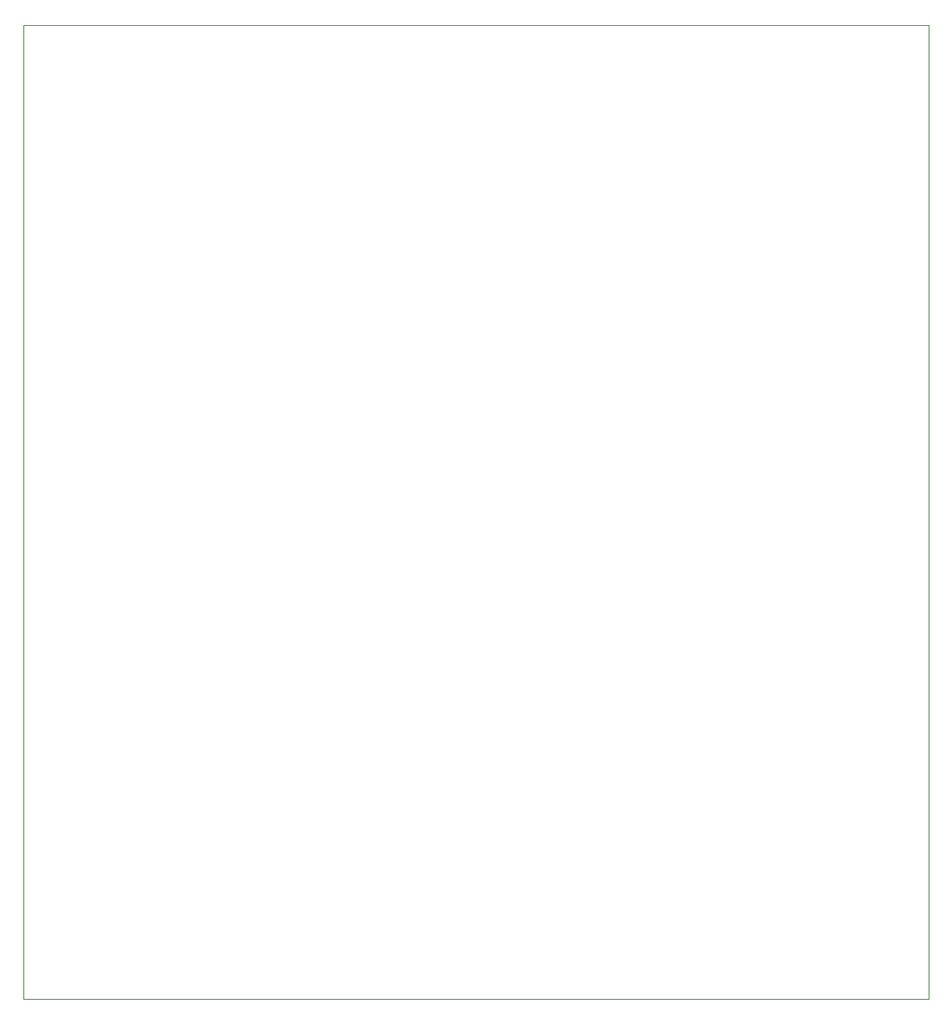
<source format=gbr>
%TF.GenerationSoftware,KiCad,Pcbnew,(6.0.6)*%
%TF.CreationDate,2022-09-23T16:22:25-07:00*%
%TF.ProjectId,SCRAPPY_PCB,53435241-5050-4595-9f50-43422e6b6963,R-0*%
%TF.SameCoordinates,Original*%
%TF.FileFunction,Profile,NP*%
%FSLAX46Y46*%
G04 Gerber Fmt 4.6, Leading zero omitted, Abs format (unit mm)*
G04 Created by KiCad (PCBNEW (6.0.6)) date 2022-09-23 16:22:25*
%MOMM*%
%LPD*%
G01*
G04 APERTURE LIST*
%TA.AperFunction,Profile*%
%ADD10C,0.100000*%
%TD*%
G04 APERTURE END LIST*
D10*
X47879000Y-48577500D02*
X139700000Y-48577500D01*
X139700000Y-48577500D02*
X139700000Y-147256500D01*
X139700000Y-147256500D02*
X47879000Y-147256500D01*
X47879000Y-147256500D02*
X47879000Y-48577500D01*
M02*

</source>
